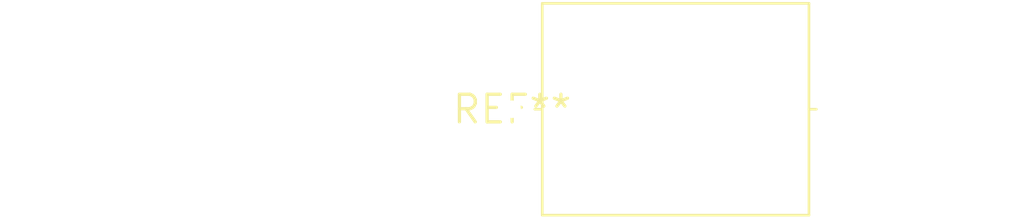
<source format=kicad_pcb>
(kicad_pcb (version 20240108) (generator pcbnew)
  (layers (0 "F.Cu" signal) (31 "B.Cu" signal) (34 "B.Paste" user) (35 "F.Paste" user) (36 "B.SilkS" user "B.Silkscreen") (37 "F.SilkS" user "F.Silkscreen") (38 "B.Mask" user) (39 "F.Mask" user) (44 "Edge.Cuts" user))
  (net 0 "")
  (footprint "C_Axial_L12.0mm_D9.5mm_P15.00mm_Horizontal" (layer "F.Cu") (at 0 0)
    (property "Reference" "REF**")
    (property "Value" "C_Axial_L12.0mm_D9.5mm_P15.00mm_Horizontal")
    (fp_line (start 1.04 0) (end 1.38 0) (layer "F.SilkS") (stroke (width 0.12)))
    (fp_line (start 1.38 -4.87) (end 1.38 4.87) (layer "F.SilkS") (stroke (width 0.12)))
    (fp_line (start 1.38 4.87) (end 13.62 4.87) (layer "F.SilkS") (stroke (width 0.12)))
    (fp_line (start 13.62 -4.87) (end 1.38 -4.87) (layer "F.SilkS") (stroke (width 0.12)))
    (fp_line (start 13.62 4.87) (end 13.62 -4.87) (layer "F.SilkS") (stroke (width 0.12)))
    (fp_line (start 13.96 0) (end 13.62 0) (layer "F.SilkS") (stroke (width 0.12)))
    (pad "1" thru_hole circle (at 0 0) (size 1.6 1.6) (drill 0.8) (layers *.Cu *.Mask) (remove_unused_layers))
    (pad "2" thru_hole oval (at 15 0) (size 1.6 1.6) (drill 0.8) (layers *.Cu *.Mask) (remove_unused_layers))
  )
)
</source>
